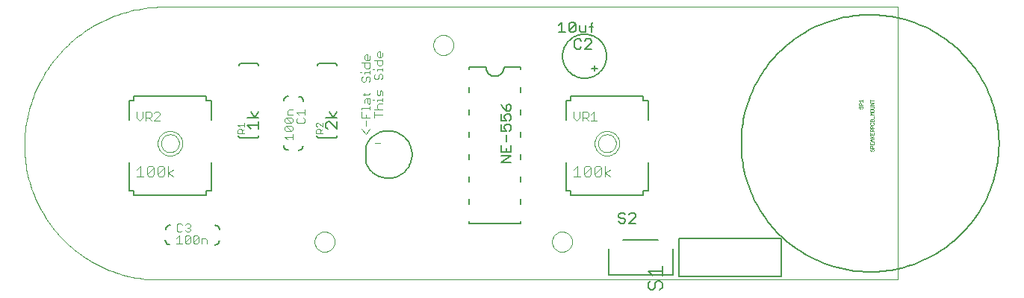
<source format=gto>
G75*
%MOIN*%
%OFA0B0*%
%FSLAX24Y24*%
%IPPOS*%
%LPD*%
%AMOC8*
5,1,8,0,0,1.08239X$1,22.5*
%
%ADD10C,0.0000*%
%ADD11C,0.0030*%
%ADD12C,0.0060*%
%ADD13C,0.0040*%
%ADD14C,0.0080*%
%ADD15C,0.0050*%
%ADD16C,0.0070*%
%ADD17C,0.0010*%
%ADD18C,0.0020*%
D10*
X006701Y001180D02*
X039656Y001180D01*
X039656Y013385D01*
X006982Y013385D01*
X018930Y011680D02*
X018932Y011722D01*
X018938Y011764D01*
X018948Y011805D01*
X018961Y011845D01*
X018979Y011883D01*
X018999Y011920D01*
X019024Y011955D01*
X019051Y011987D01*
X019081Y012016D01*
X019114Y012043D01*
X019149Y012066D01*
X019186Y012086D01*
X019225Y012102D01*
X019265Y012115D01*
X019306Y012124D01*
X019348Y012129D01*
X019391Y012130D01*
X019433Y012127D01*
X019474Y012120D01*
X019515Y012109D01*
X019555Y012095D01*
X019593Y012077D01*
X019629Y012055D01*
X019663Y012030D01*
X019694Y012002D01*
X019723Y011971D01*
X019749Y011938D01*
X019771Y011902D01*
X019791Y011864D01*
X019806Y011825D01*
X019818Y011785D01*
X019826Y011743D01*
X019830Y011701D01*
X019830Y011659D01*
X019826Y011617D01*
X019818Y011575D01*
X019806Y011535D01*
X019791Y011496D01*
X019771Y011458D01*
X019749Y011422D01*
X019723Y011389D01*
X019694Y011358D01*
X019663Y011330D01*
X019629Y011305D01*
X019593Y011283D01*
X019555Y011265D01*
X019515Y011251D01*
X019474Y011240D01*
X019433Y011233D01*
X019391Y011230D01*
X019348Y011231D01*
X019306Y011236D01*
X019265Y011245D01*
X019225Y011258D01*
X019186Y011274D01*
X019149Y011294D01*
X019114Y011317D01*
X019081Y011344D01*
X019051Y011373D01*
X019024Y011405D01*
X018999Y011440D01*
X018979Y011477D01*
X018961Y011515D01*
X018948Y011555D01*
X018938Y011596D01*
X018932Y011638D01*
X018930Y011680D01*
X006983Y013384D02*
X006828Y013385D01*
X006673Y013381D01*
X006518Y013373D01*
X006363Y013362D01*
X006209Y013346D01*
X006055Y013327D01*
X005901Y013304D01*
X005749Y013278D01*
X005597Y013247D01*
X005445Y013213D01*
X005295Y013174D01*
X005146Y013133D01*
X004998Y013087D01*
X004851Y013038D01*
X004705Y012985D01*
X004560Y012928D01*
X004417Y012868D01*
X004276Y012804D01*
X004136Y012737D01*
X003998Y012667D01*
X003862Y012593D01*
X003728Y012515D01*
X003595Y012434D01*
X003465Y012350D01*
X003337Y012263D01*
X003211Y012173D01*
X003087Y012079D01*
X002966Y011983D01*
X002847Y011883D01*
X002730Y011780D01*
X002617Y011675D01*
X002505Y011567D01*
X002397Y011456D01*
X002291Y011342D01*
X002189Y011226D01*
X002089Y011107D01*
X001992Y010986D01*
X001898Y010863D01*
X001808Y010737D01*
X001720Y010609D01*
X001636Y010479D01*
X001555Y010346D01*
X001477Y010212D01*
X001403Y010076D01*
X001332Y009938D01*
X001265Y009798D01*
X001201Y009657D01*
X001141Y009514D01*
X001084Y009370D01*
X001031Y009224D01*
X000981Y009077D01*
X000935Y008929D01*
X000893Y008780D01*
X000855Y008630D01*
X000820Y008478D01*
X000789Y008326D01*
X000762Y008174D01*
X000739Y008020D01*
X000720Y007867D01*
X000704Y007712D01*
X000692Y007558D01*
X000685Y007403D01*
X000681Y007248D01*
X000680Y007248D02*
X000680Y007201D01*
X000682Y007048D01*
X000688Y006896D01*
X000697Y006744D01*
X000711Y006592D01*
X000728Y006440D01*
X000749Y006289D01*
X000774Y006139D01*
X000803Y005989D01*
X000836Y005840D01*
X000872Y005692D01*
X000912Y005545D01*
X000956Y005399D01*
X001004Y005254D01*
X001055Y005110D01*
X001110Y004968D01*
X001168Y004827D01*
X001230Y004687D01*
X001295Y004549D01*
X001364Y004413D01*
X001437Y004279D01*
X001512Y004147D01*
X001591Y004016D01*
X001674Y003888D01*
X001759Y003761D01*
X001848Y003637D01*
X001940Y003516D01*
X002035Y003396D01*
X002133Y003279D01*
X002233Y003165D01*
X002337Y003053D01*
X002444Y002944D01*
X002553Y002837D01*
X002665Y002733D01*
X002779Y002633D01*
X002896Y002535D01*
X003016Y002440D01*
X003137Y002348D01*
X003261Y002259D01*
X003388Y002174D01*
X003516Y002091D01*
X003647Y002012D01*
X003779Y001937D01*
X003913Y001864D01*
X004049Y001795D01*
X004187Y001730D01*
X004327Y001668D01*
X004468Y001610D01*
X004610Y001555D01*
X004754Y001504D01*
X004899Y001456D01*
X005045Y001412D01*
X005192Y001372D01*
X005340Y001336D01*
X005489Y001303D01*
X005639Y001274D01*
X005789Y001249D01*
X005940Y001228D01*
X006092Y001211D01*
X006244Y001197D01*
X006396Y001188D01*
X006548Y001182D01*
X006701Y001180D01*
X013630Y002880D02*
X013632Y002922D01*
X013638Y002964D01*
X013648Y003005D01*
X013661Y003045D01*
X013679Y003083D01*
X013699Y003120D01*
X013724Y003155D01*
X013751Y003187D01*
X013781Y003216D01*
X013814Y003243D01*
X013849Y003266D01*
X013886Y003286D01*
X013925Y003302D01*
X013965Y003315D01*
X014006Y003324D01*
X014048Y003329D01*
X014091Y003330D01*
X014133Y003327D01*
X014174Y003320D01*
X014215Y003309D01*
X014255Y003295D01*
X014293Y003277D01*
X014329Y003255D01*
X014363Y003230D01*
X014394Y003202D01*
X014423Y003171D01*
X014449Y003138D01*
X014471Y003102D01*
X014491Y003064D01*
X014506Y003025D01*
X014518Y002985D01*
X014526Y002943D01*
X014530Y002901D01*
X014530Y002859D01*
X014526Y002817D01*
X014518Y002775D01*
X014506Y002735D01*
X014491Y002696D01*
X014471Y002658D01*
X014449Y002622D01*
X014423Y002589D01*
X014394Y002558D01*
X014363Y002530D01*
X014329Y002505D01*
X014293Y002483D01*
X014255Y002465D01*
X014215Y002451D01*
X014174Y002440D01*
X014133Y002433D01*
X014091Y002430D01*
X014048Y002431D01*
X014006Y002436D01*
X013965Y002445D01*
X013925Y002458D01*
X013886Y002474D01*
X013849Y002494D01*
X013814Y002517D01*
X013781Y002544D01*
X013751Y002573D01*
X013724Y002605D01*
X013699Y002640D01*
X013679Y002677D01*
X013661Y002715D01*
X013648Y002755D01*
X013638Y002796D01*
X013632Y002838D01*
X013630Y002880D01*
X024230Y002880D02*
X024232Y002922D01*
X024238Y002964D01*
X024248Y003005D01*
X024261Y003045D01*
X024279Y003083D01*
X024299Y003120D01*
X024324Y003155D01*
X024351Y003187D01*
X024381Y003216D01*
X024414Y003243D01*
X024449Y003266D01*
X024486Y003286D01*
X024525Y003302D01*
X024565Y003315D01*
X024606Y003324D01*
X024648Y003329D01*
X024691Y003330D01*
X024733Y003327D01*
X024774Y003320D01*
X024815Y003309D01*
X024855Y003295D01*
X024893Y003277D01*
X024929Y003255D01*
X024963Y003230D01*
X024994Y003202D01*
X025023Y003171D01*
X025049Y003138D01*
X025071Y003102D01*
X025091Y003064D01*
X025106Y003025D01*
X025118Y002985D01*
X025126Y002943D01*
X025130Y002901D01*
X025130Y002859D01*
X025126Y002817D01*
X025118Y002775D01*
X025106Y002735D01*
X025091Y002696D01*
X025071Y002658D01*
X025049Y002622D01*
X025023Y002589D01*
X024994Y002558D01*
X024963Y002530D01*
X024929Y002505D01*
X024893Y002483D01*
X024855Y002465D01*
X024815Y002451D01*
X024774Y002440D01*
X024733Y002433D01*
X024691Y002430D01*
X024648Y002431D01*
X024606Y002436D01*
X024565Y002445D01*
X024525Y002458D01*
X024486Y002474D01*
X024449Y002494D01*
X024414Y002517D01*
X024381Y002544D01*
X024351Y002573D01*
X024324Y002605D01*
X024299Y002640D01*
X024279Y002677D01*
X024261Y002715D01*
X024248Y002755D01*
X024238Y002796D01*
X024232Y002838D01*
X024230Y002880D01*
D11*
X016556Y007281D02*
X016309Y007281D01*
X015920Y007695D02*
X016105Y007942D01*
X015920Y008063D02*
X015920Y008310D01*
X015920Y008432D02*
X015920Y008555D01*
X016105Y008432D02*
X015735Y008432D01*
X015735Y008679D01*
X015735Y008800D02*
X015735Y008862D01*
X016105Y008862D01*
X016105Y008923D02*
X016105Y008800D01*
X016295Y008800D02*
X016665Y008800D01*
X016480Y008800D02*
X016418Y008862D01*
X016418Y008985D01*
X016480Y009047D01*
X016665Y009047D01*
X016665Y009168D02*
X016665Y009292D01*
X016665Y009230D02*
X016418Y009230D01*
X016418Y009168D01*
X016295Y009230D02*
X016233Y009230D01*
X016105Y009292D02*
X016105Y009107D01*
X016043Y009045D01*
X015982Y009107D01*
X015982Y009292D01*
X015920Y009292D02*
X016105Y009292D01*
X015920Y009292D02*
X015858Y009231D01*
X015858Y009107D01*
X015858Y009414D02*
X015858Y009537D01*
X015796Y009476D02*
X016043Y009476D01*
X016105Y009537D01*
X016418Y009476D02*
X016418Y009661D01*
X016542Y009599D02*
X016542Y009476D01*
X016480Y009414D01*
X016418Y009476D01*
X016542Y009599D02*
X016603Y009661D01*
X016665Y009599D01*
X016665Y009414D01*
X016043Y010028D02*
X016105Y010089D01*
X016105Y010213D01*
X016043Y010275D01*
X015982Y010275D01*
X015920Y010213D01*
X015920Y010089D01*
X015858Y010028D01*
X015796Y010028D01*
X015735Y010089D01*
X015735Y010213D01*
X015796Y010275D01*
X015858Y010396D02*
X015858Y010458D01*
X016105Y010458D01*
X016105Y010519D02*
X016105Y010396D01*
X016295Y010336D02*
X016295Y010212D01*
X016356Y010150D01*
X016418Y010150D01*
X016480Y010212D01*
X016480Y010336D01*
X016542Y010397D01*
X016603Y010397D01*
X016665Y010336D01*
X016665Y010212D01*
X016603Y010150D01*
X016356Y010397D02*
X016295Y010336D01*
X016418Y010519D02*
X016418Y010580D01*
X016665Y010580D01*
X016665Y010519D02*
X016665Y010642D01*
X016603Y010764D02*
X016480Y010764D01*
X016418Y010826D01*
X016418Y011011D01*
X016295Y011011D02*
X016665Y011011D01*
X016665Y010826D01*
X016603Y010764D01*
X016105Y010703D02*
X016043Y010642D01*
X015920Y010642D01*
X015858Y010703D01*
X015858Y010888D01*
X015735Y010888D02*
X016105Y010888D01*
X016105Y010703D01*
X016233Y010580D02*
X016295Y010580D01*
X015735Y010458D02*
X015673Y010458D01*
X015920Y011010D02*
X015858Y011072D01*
X015858Y011195D01*
X015920Y011257D01*
X015982Y011257D01*
X015982Y011010D01*
X016043Y011010D02*
X015920Y011010D01*
X016043Y011010D02*
X016105Y011072D01*
X016105Y011195D01*
X016418Y011194D02*
X016418Y011318D01*
X016480Y011379D01*
X016542Y011379D01*
X016542Y011133D01*
X016603Y011133D02*
X016480Y011133D01*
X016418Y011194D01*
X016603Y011133D02*
X016665Y011194D01*
X016665Y011318D01*
X016295Y008679D02*
X016295Y008432D01*
X016295Y008555D02*
X016665Y008555D01*
X015735Y007942D02*
X015920Y007695D01*
X013996Y007719D02*
X013706Y007719D01*
X013706Y007864D01*
X013754Y007913D01*
X013851Y007913D01*
X013899Y007864D01*
X013899Y007719D01*
X013899Y007816D02*
X013996Y007913D01*
X013996Y008014D02*
X013803Y008207D01*
X013754Y008207D01*
X013706Y008159D01*
X013706Y008062D01*
X013754Y008014D01*
X013996Y008014D02*
X013996Y008207D01*
X010496Y008207D02*
X010496Y008014D01*
X010496Y008111D02*
X010206Y008111D01*
X010303Y008014D01*
X010351Y007913D02*
X010399Y007864D01*
X010399Y007719D01*
X010399Y007816D02*
X010496Y007913D01*
X010351Y007913D02*
X010254Y007913D01*
X010206Y007864D01*
X010206Y007719D01*
X010496Y007719D01*
X006729Y008297D02*
X006468Y008297D01*
X006729Y008558D01*
X006729Y008623D01*
X006664Y008688D01*
X006534Y008688D01*
X006468Y008623D01*
X006342Y008623D02*
X006342Y008493D01*
X006277Y008427D01*
X006082Y008427D01*
X005955Y008427D02*
X005955Y008688D01*
X006082Y008688D02*
X006277Y008688D01*
X006342Y008623D01*
X006082Y008688D02*
X006082Y008297D01*
X005955Y008427D02*
X005825Y008297D01*
X005695Y008427D01*
X005695Y008688D01*
X006212Y008427D02*
X006342Y008297D01*
X025195Y008427D02*
X025325Y008297D01*
X025455Y008427D01*
X025455Y008688D01*
X025582Y008688D02*
X025777Y008688D01*
X025842Y008623D01*
X025842Y008493D01*
X025777Y008427D01*
X025582Y008427D01*
X025582Y008297D02*
X025582Y008688D01*
X025195Y008688D02*
X025195Y008427D01*
X025712Y008427D02*
X025842Y008297D01*
X025968Y008297D02*
X026229Y008297D01*
X026099Y008297D02*
X026099Y008688D01*
X025968Y008558D01*
D12*
X026130Y010520D02*
X026130Y010770D01*
X026000Y010640D02*
X026260Y010640D01*
X024696Y011180D02*
X024698Y011242D01*
X024704Y011305D01*
X024714Y011366D01*
X024728Y011427D01*
X024745Y011487D01*
X024766Y011546D01*
X024792Y011603D01*
X024820Y011658D01*
X024852Y011712D01*
X024888Y011763D01*
X024926Y011813D01*
X024968Y011859D01*
X025012Y011903D01*
X025060Y011944D01*
X025109Y011982D01*
X025161Y012016D01*
X025215Y012047D01*
X025271Y012075D01*
X025329Y012099D01*
X025388Y012120D01*
X025448Y012136D01*
X025509Y012149D01*
X025571Y012158D01*
X025633Y012163D01*
X025696Y012164D01*
X025758Y012161D01*
X025820Y012154D01*
X025882Y012143D01*
X025942Y012128D01*
X026002Y012110D01*
X026060Y012088D01*
X026117Y012062D01*
X026172Y012032D01*
X026225Y011999D01*
X026276Y011963D01*
X026324Y011924D01*
X026370Y011881D01*
X026413Y011836D01*
X026453Y011788D01*
X026490Y011738D01*
X026524Y011685D01*
X026555Y011631D01*
X026581Y011575D01*
X026605Y011517D01*
X026624Y011457D01*
X026640Y011397D01*
X026652Y011335D01*
X026660Y011274D01*
X026664Y011211D01*
X026664Y011149D01*
X026660Y011086D01*
X026652Y011025D01*
X026640Y010963D01*
X026624Y010903D01*
X026605Y010843D01*
X026581Y010785D01*
X026555Y010729D01*
X026524Y010675D01*
X026490Y010622D01*
X026453Y010572D01*
X026413Y010524D01*
X026370Y010479D01*
X026324Y010436D01*
X026276Y010397D01*
X026225Y010361D01*
X026172Y010328D01*
X026117Y010298D01*
X026060Y010272D01*
X026002Y010250D01*
X025942Y010232D01*
X025882Y010217D01*
X025820Y010206D01*
X025758Y010199D01*
X025696Y010196D01*
X025633Y010197D01*
X025571Y010202D01*
X025509Y010211D01*
X025448Y010224D01*
X025388Y010240D01*
X025329Y010261D01*
X025271Y010285D01*
X025215Y010313D01*
X025161Y010344D01*
X025109Y010378D01*
X025060Y010416D01*
X025012Y010457D01*
X024968Y010501D01*
X024926Y010547D01*
X024888Y010597D01*
X024852Y010648D01*
X024820Y010702D01*
X024792Y010757D01*
X024766Y010814D01*
X024745Y010873D01*
X024728Y010933D01*
X024714Y010994D01*
X024704Y011055D01*
X024698Y011118D01*
X024696Y011180D01*
X025239Y011583D02*
X025313Y011510D01*
X025459Y011510D01*
X025533Y011583D01*
X025700Y011510D02*
X025993Y011804D01*
X025993Y011877D01*
X025920Y011950D01*
X025773Y011950D01*
X025700Y011877D01*
X025533Y011877D02*
X025459Y011950D01*
X025313Y011950D01*
X025239Y011877D01*
X025239Y011583D01*
X025700Y011510D02*
X025993Y011510D01*
X025976Y012260D02*
X025976Y012627D01*
X026050Y012700D01*
X026050Y012480D02*
X025903Y012480D01*
X025736Y012554D02*
X025736Y012260D01*
X025516Y012260D01*
X025443Y012333D01*
X025443Y012554D01*
X025276Y012627D02*
X024982Y012333D01*
X025056Y012260D01*
X025202Y012260D01*
X025276Y012333D01*
X025276Y012627D01*
X025202Y012700D01*
X025056Y012700D01*
X024982Y012627D01*
X024982Y012333D01*
X024815Y012260D02*
X024522Y012260D01*
X024669Y012260D02*
X024669Y012700D01*
X024522Y012554D01*
X014530Y010863D02*
X013869Y010863D01*
X013852Y010861D01*
X013835Y010857D01*
X013819Y010850D01*
X013805Y010840D01*
X013792Y010827D01*
X013782Y010813D01*
X013775Y010797D01*
X013771Y010780D01*
X013769Y010763D01*
X014530Y010863D02*
X014547Y010861D01*
X014564Y010857D01*
X014580Y010850D01*
X014594Y010840D01*
X014607Y010827D01*
X014617Y010813D01*
X014624Y010797D01*
X014628Y010780D01*
X014630Y010763D01*
X011130Y010763D02*
X011128Y010780D01*
X011124Y010797D01*
X011117Y010813D01*
X011107Y010827D01*
X011094Y010840D01*
X011080Y010850D01*
X011064Y010857D01*
X011047Y010861D01*
X011030Y010863D01*
X010369Y010863D01*
X010352Y010861D01*
X010335Y010857D01*
X010319Y010850D01*
X010305Y010840D01*
X010292Y010827D01*
X010282Y010813D01*
X010275Y010797D01*
X010271Y010780D01*
X010269Y010763D01*
X012250Y009190D02*
X012252Y009216D01*
X012257Y009242D01*
X012265Y009267D01*
X012277Y009290D01*
X012291Y009312D01*
X012309Y009331D01*
X012328Y009349D01*
X012350Y009363D01*
X012373Y009375D01*
X012398Y009383D01*
X012424Y009388D01*
X012450Y009390D01*
X012923Y009375D02*
X012949Y009373D01*
X012975Y009368D01*
X013000Y009360D01*
X013023Y009348D01*
X013045Y009334D01*
X013064Y009316D01*
X013082Y009297D01*
X013096Y009275D01*
X013108Y009252D01*
X013116Y009227D01*
X013121Y009201D01*
X013123Y009175D01*
X014300Y008683D02*
X014466Y008432D01*
X014633Y008683D01*
X014633Y008432D02*
X014133Y008432D01*
X014216Y008250D02*
X014133Y008167D01*
X014133Y008000D01*
X014216Y007917D01*
X014300Y008250D02*
X014633Y007917D01*
X014633Y008250D01*
X014300Y008250D02*
X014216Y008250D01*
X014630Y007623D02*
X014628Y007606D01*
X014624Y007589D01*
X014617Y007573D01*
X014607Y007559D01*
X014594Y007546D01*
X014580Y007536D01*
X014564Y007529D01*
X014547Y007525D01*
X014530Y007523D01*
X013830Y007523D01*
X013813Y007525D01*
X013796Y007529D01*
X013780Y007536D01*
X013766Y007546D01*
X013753Y007559D01*
X013743Y007573D01*
X013736Y007589D01*
X013732Y007606D01*
X013730Y007623D01*
X013113Y007173D02*
X013111Y007147D01*
X013106Y007121D01*
X013098Y007096D01*
X013086Y007073D01*
X013072Y007051D01*
X013054Y007032D01*
X013035Y007014D01*
X013013Y007000D01*
X012990Y006988D01*
X012965Y006980D01*
X012939Y006975D01*
X012913Y006973D01*
X012443Y006980D02*
X012417Y006982D01*
X012391Y006987D01*
X012366Y006995D01*
X012343Y007007D01*
X012321Y007021D01*
X012302Y007039D01*
X012284Y007058D01*
X012270Y007080D01*
X012258Y007103D01*
X012250Y007128D01*
X012245Y007154D01*
X012243Y007180D01*
X011030Y007523D02*
X010330Y007523D01*
X010313Y007525D01*
X010296Y007529D01*
X010280Y007536D01*
X010266Y007546D01*
X010253Y007559D01*
X010243Y007573D01*
X010236Y007589D01*
X010232Y007606D01*
X010230Y007623D01*
X011030Y007523D02*
X011047Y007525D01*
X011064Y007529D01*
X011080Y007536D01*
X011094Y007546D01*
X011107Y007559D01*
X011117Y007573D01*
X011124Y007589D01*
X011128Y007606D01*
X011130Y007623D01*
X011133Y007917D02*
X011133Y008250D01*
X011133Y008084D02*
X010633Y008084D01*
X010800Y007917D01*
X010966Y008432D02*
X010800Y008683D01*
X010966Y008432D02*
X011133Y008683D01*
X011133Y008432D02*
X010633Y008432D01*
X009187Y003613D02*
X009213Y003611D01*
X009239Y003606D01*
X009264Y003598D01*
X009287Y003586D01*
X009309Y003572D01*
X009328Y003554D01*
X009346Y003535D01*
X009360Y003513D01*
X009372Y003490D01*
X009380Y003465D01*
X009385Y003439D01*
X009387Y003413D01*
X009380Y002943D02*
X009378Y002917D01*
X009373Y002891D01*
X009365Y002866D01*
X009353Y002843D01*
X009339Y002821D01*
X009321Y002802D01*
X009302Y002784D01*
X009280Y002770D01*
X009257Y002758D01*
X009232Y002750D01*
X009206Y002745D01*
X009180Y002743D01*
X007170Y002750D02*
X007144Y002752D01*
X007118Y002757D01*
X007093Y002765D01*
X007070Y002777D01*
X007048Y002791D01*
X007029Y002809D01*
X007011Y002828D01*
X006997Y002850D01*
X006985Y002873D01*
X006977Y002898D01*
X006972Y002924D01*
X006970Y002950D01*
X006985Y003423D02*
X006987Y003449D01*
X006992Y003475D01*
X007000Y003500D01*
X007012Y003523D01*
X007026Y003545D01*
X007044Y003564D01*
X007063Y003582D01*
X007085Y003596D01*
X007108Y003608D01*
X007133Y003616D01*
X007159Y003621D01*
X007185Y003623D01*
D13*
X007481Y003619D02*
X007481Y003379D01*
X007541Y003319D01*
X007661Y003319D01*
X007721Y003379D01*
X007850Y003379D02*
X007910Y003319D01*
X008030Y003319D01*
X008090Y003379D01*
X008090Y003439D01*
X008030Y003499D01*
X007970Y003499D01*
X008030Y003499D02*
X008090Y003559D01*
X008090Y003619D01*
X008030Y003679D01*
X007910Y003679D01*
X007850Y003619D01*
X007721Y003619D02*
X007661Y003679D01*
X007541Y003679D01*
X007481Y003619D01*
X007595Y003158D02*
X007595Y002797D01*
X007475Y002797D02*
X007715Y002797D01*
X007843Y002857D02*
X008083Y003097D01*
X008083Y002857D01*
X008023Y002797D01*
X007903Y002797D01*
X007843Y002857D01*
X007843Y003097D01*
X007903Y003158D01*
X008023Y003158D01*
X008083Y003097D01*
X008211Y003097D02*
X008271Y003158D01*
X008391Y003158D01*
X008451Y003097D01*
X008211Y002857D01*
X008271Y002797D01*
X008391Y002797D01*
X008451Y002857D01*
X008451Y003097D01*
X008580Y003037D02*
X008760Y003037D01*
X008820Y002977D01*
X008820Y002797D01*
X008580Y002797D02*
X008580Y003037D01*
X008211Y003097D02*
X008211Y002857D01*
X007595Y003158D02*
X007475Y003037D01*
X007311Y005802D02*
X007081Y005956D01*
X007311Y006109D01*
X007081Y006263D02*
X007081Y005802D01*
X006928Y005879D02*
X006851Y005802D01*
X006698Y005802D01*
X006621Y005879D01*
X006928Y006186D01*
X006928Y005879D01*
X006621Y005879D02*
X006621Y006186D01*
X006698Y006263D01*
X006851Y006263D01*
X006928Y006186D01*
X006467Y006186D02*
X006160Y005879D01*
X006237Y005802D01*
X006391Y005802D01*
X006467Y005879D01*
X006467Y006186D01*
X006391Y006263D01*
X006237Y006263D01*
X006160Y006186D01*
X006160Y005879D01*
X006007Y005802D02*
X005700Y005802D01*
X005853Y005802D02*
X005853Y006263D01*
X005700Y006109D01*
X012297Y007572D02*
X012657Y007572D01*
X012657Y007452D02*
X012657Y007692D01*
X012597Y007820D02*
X012357Y008061D01*
X012597Y008061D01*
X012657Y008001D01*
X012657Y007881D01*
X012597Y007820D01*
X012357Y007820D01*
X012297Y007881D01*
X012297Y008001D01*
X012357Y008061D01*
X012357Y008189D02*
X012297Y008249D01*
X012297Y008369D01*
X012357Y008429D01*
X012597Y008189D01*
X012657Y008249D01*
X012657Y008369D01*
X012597Y008429D01*
X012357Y008429D01*
X012417Y008557D02*
X012417Y008737D01*
X012477Y008797D01*
X012657Y008797D01*
X012818Y008670D02*
X013179Y008670D01*
X013179Y008550D02*
X013179Y008791D01*
X012938Y008550D02*
X012818Y008670D01*
X012657Y008557D02*
X012417Y008557D01*
X012818Y008362D02*
X012818Y008242D01*
X012878Y008182D01*
X013118Y008182D01*
X013179Y008242D01*
X013179Y008362D01*
X013118Y008422D01*
X012878Y008422D02*
X012818Y008362D01*
X012597Y008189D02*
X012357Y008189D01*
X012297Y007572D02*
X012417Y007452D01*
X025200Y006109D02*
X025353Y006263D01*
X025353Y005802D01*
X025200Y005802D02*
X025507Y005802D01*
X025660Y005879D02*
X025967Y006186D01*
X025967Y005879D01*
X025891Y005802D01*
X025737Y005802D01*
X025660Y005879D01*
X025660Y006186D01*
X025737Y006263D01*
X025891Y006263D01*
X025967Y006186D01*
X026121Y006186D02*
X026198Y006263D01*
X026351Y006263D01*
X026428Y006186D01*
X026121Y005879D01*
X026198Y005802D01*
X026351Y005802D01*
X026428Y005879D01*
X026428Y006186D01*
X026581Y006263D02*
X026581Y005802D01*
X026581Y005956D02*
X026811Y005802D01*
X026581Y005956D02*
X026811Y006109D01*
X026121Y006186D02*
X026121Y005879D01*
D14*
X024849Y006436D02*
X024849Y005176D01*
X025066Y005176D01*
X025066Y004960D01*
X028294Y004960D01*
X028294Y005176D01*
X028511Y005176D01*
X028511Y006436D01*
X028511Y008326D02*
X028511Y009192D01*
X028294Y009192D01*
X028294Y009408D01*
X025066Y009408D01*
X025066Y009192D01*
X024849Y009192D01*
X024849Y008326D01*
X022830Y008550D02*
X022830Y008810D01*
X022830Y009550D02*
X022830Y009810D01*
X022830Y010580D02*
X022830Y010680D01*
X022080Y010680D01*
X022078Y010641D01*
X022072Y010602D01*
X022063Y010564D01*
X022050Y010527D01*
X022033Y010491D01*
X022013Y010458D01*
X021989Y010426D01*
X021963Y010397D01*
X021934Y010371D01*
X021902Y010347D01*
X021869Y010327D01*
X021833Y010310D01*
X021796Y010297D01*
X021758Y010288D01*
X021719Y010282D01*
X021680Y010280D01*
X021641Y010282D01*
X021602Y010288D01*
X021564Y010297D01*
X021527Y010310D01*
X021491Y010327D01*
X021458Y010347D01*
X021426Y010371D01*
X021397Y010397D01*
X021371Y010426D01*
X021347Y010458D01*
X021327Y010491D01*
X021310Y010527D01*
X021297Y010564D01*
X021288Y010602D01*
X021282Y010641D01*
X021280Y010680D01*
X020530Y010680D01*
X020530Y010580D01*
X020530Y009810D02*
X020530Y009550D01*
X020530Y008810D02*
X020530Y008550D01*
X020530Y007810D02*
X020530Y007550D01*
X020530Y006810D02*
X020530Y006550D01*
X020530Y005810D02*
X020530Y005550D01*
X020530Y004810D02*
X020530Y004550D01*
X020530Y003780D02*
X020530Y003680D01*
X022830Y003680D01*
X022830Y003780D01*
X022830Y004550D02*
X022830Y004810D01*
X022830Y005550D02*
X022830Y005810D01*
X022830Y006550D02*
X022830Y006810D01*
X022830Y007550D02*
X022830Y007810D01*
X027393Y002967D02*
X028967Y002967D01*
X029891Y003036D02*
X034469Y003036D01*
X034469Y001324D01*
X029891Y001324D01*
X029891Y003036D01*
X029617Y002574D02*
X029617Y001393D01*
X026743Y001393D01*
X026743Y002574D01*
X009011Y005176D02*
X009011Y006436D01*
X009011Y005176D02*
X008794Y005176D01*
X008794Y004960D01*
X005566Y004960D01*
X005566Y005176D01*
X005349Y005176D01*
X005349Y006436D01*
X005349Y008326D02*
X005349Y009192D01*
X005566Y009192D01*
X005566Y009408D01*
X008794Y009408D01*
X008794Y009192D01*
X009011Y009192D01*
X009011Y008326D01*
D15*
X015936Y007176D02*
X015936Y006389D01*
X015936Y006388D02*
X015962Y006329D01*
X015991Y006272D01*
X016023Y006217D01*
X016059Y006163D01*
X016098Y006112D01*
X016141Y006064D01*
X016186Y006018D01*
X016233Y005975D01*
X016283Y005934D01*
X016336Y005897D01*
X016391Y005864D01*
X016447Y005833D01*
X016506Y005806D01*
X016566Y005783D01*
X016627Y005763D01*
X016689Y005747D01*
X016753Y005735D01*
X016816Y005727D01*
X016880Y005723D01*
X016945Y005722D01*
X017009Y005726D01*
X017073Y005733D01*
X017136Y005744D01*
X017199Y005759D01*
X017260Y005778D01*
X017321Y005801D01*
X017379Y005827D01*
X017436Y005856D01*
X017492Y005889D01*
X017545Y005926D01*
X017595Y005965D01*
X017644Y006008D01*
X017689Y006053D01*
X017732Y006101D01*
X017772Y006151D01*
X017809Y006204D01*
X017842Y006259D01*
X017872Y006316D01*
X017899Y006375D01*
X017922Y006435D01*
X017941Y006496D01*
X017956Y006559D01*
X017968Y006622D01*
X017976Y006686D01*
X017980Y006750D01*
X017980Y006814D01*
X017976Y006878D01*
X017968Y006942D01*
X017956Y007005D01*
X017941Y007068D01*
X017922Y007129D01*
X017899Y007189D01*
X017872Y007248D01*
X017842Y007305D01*
X017809Y007360D01*
X017772Y007413D01*
X017732Y007463D01*
X017689Y007511D01*
X017644Y007556D01*
X017595Y007599D01*
X017545Y007638D01*
X017492Y007675D01*
X017436Y007708D01*
X017379Y007737D01*
X017321Y007763D01*
X017260Y007786D01*
X017199Y007805D01*
X017136Y007820D01*
X017073Y007831D01*
X017009Y007838D01*
X016945Y007842D01*
X016880Y007841D01*
X016816Y007837D01*
X016753Y007829D01*
X016689Y007817D01*
X016627Y007801D01*
X016566Y007781D01*
X016506Y007758D01*
X016447Y007731D01*
X016391Y007700D01*
X016336Y007667D01*
X016283Y007630D01*
X016233Y007589D01*
X016186Y007546D01*
X016141Y007500D01*
X016098Y007452D01*
X016059Y007401D01*
X016023Y007347D01*
X015991Y007292D01*
X015962Y007235D01*
X015936Y007176D01*
X021955Y007203D02*
X021955Y006903D01*
X022405Y006903D01*
X022405Y007203D01*
X022180Y007053D02*
X022180Y006903D01*
X022405Y006743D02*
X021955Y006743D01*
X021955Y006443D02*
X022405Y006743D01*
X022405Y006443D02*
X021955Y006443D01*
X022180Y007363D02*
X022180Y007664D01*
X022180Y007824D02*
X021955Y007824D01*
X021955Y008124D01*
X021955Y008284D02*
X022180Y008284D01*
X022105Y008434D01*
X022105Y008509D01*
X022180Y008584D01*
X022330Y008584D01*
X022405Y008509D01*
X022405Y008359D01*
X022330Y008284D01*
X022330Y008124D02*
X022405Y008049D01*
X022405Y007899D01*
X022330Y007824D01*
X022180Y007824D02*
X022105Y007974D01*
X022105Y008049D01*
X022180Y008124D01*
X022330Y008124D01*
X021955Y008284D02*
X021955Y008584D01*
X022180Y008745D02*
X022180Y008970D01*
X022255Y009045D01*
X022330Y009045D01*
X022405Y008970D01*
X022405Y008820D01*
X022330Y008745D01*
X022180Y008745D01*
X022030Y008895D01*
X021955Y009045D01*
X027205Y004080D02*
X027280Y004155D01*
X027430Y004155D01*
X027505Y004080D01*
X027665Y004080D02*
X027740Y004155D01*
X027891Y004155D01*
X027966Y004080D01*
X027966Y004005D01*
X027665Y003705D01*
X027966Y003705D01*
X027505Y003780D02*
X027505Y003855D01*
X027430Y003930D01*
X027280Y003930D01*
X027205Y004005D01*
X027205Y004080D01*
X027205Y003780D02*
X027280Y003705D01*
X027430Y003705D01*
X027505Y003780D01*
X032676Y007282D02*
X032678Y007433D01*
X032684Y007584D01*
X032694Y007735D01*
X032708Y007886D01*
X032726Y008036D01*
X032747Y008185D01*
X032773Y008334D01*
X032803Y008482D01*
X032836Y008630D01*
X032874Y008776D01*
X032915Y008922D01*
X032960Y009066D01*
X033009Y009209D01*
X033061Y009351D01*
X033117Y009491D01*
X033177Y009630D01*
X033241Y009767D01*
X033308Y009903D01*
X033379Y010036D01*
X033453Y010168D01*
X033530Y010298D01*
X033611Y010425D01*
X033695Y010551D01*
X033783Y010674D01*
X033874Y010795D01*
X033968Y010913D01*
X034065Y011029D01*
X034165Y011143D01*
X034268Y011253D01*
X034374Y011361D01*
X034482Y011466D01*
X034594Y011569D01*
X034708Y011668D01*
X034824Y011764D01*
X034943Y011857D01*
X035065Y011947D01*
X035188Y012034D01*
X035314Y012117D01*
X035443Y012197D01*
X035573Y012274D01*
X035705Y012347D01*
X035839Y012417D01*
X035975Y012483D01*
X036113Y012546D01*
X036252Y012605D01*
X036392Y012660D01*
X036535Y012712D01*
X036678Y012760D01*
X036823Y012804D01*
X036968Y012844D01*
X037115Y012881D01*
X037263Y012913D01*
X037411Y012942D01*
X037560Y012966D01*
X037710Y012987D01*
X037860Y013004D01*
X038011Y013017D01*
X038162Y013026D01*
X038313Y013031D01*
X038464Y013032D01*
X038615Y013029D01*
X038766Y013022D01*
X038917Y013011D01*
X039067Y012996D01*
X039217Y012977D01*
X039367Y012955D01*
X039515Y012928D01*
X039663Y012897D01*
X039811Y012863D01*
X039957Y012824D01*
X040102Y012782D01*
X040246Y012736D01*
X040389Y012687D01*
X040530Y012633D01*
X040670Y012576D01*
X040808Y012515D01*
X040945Y012451D01*
X041080Y012383D01*
X041213Y012311D01*
X041345Y012236D01*
X041474Y012158D01*
X041601Y012076D01*
X041726Y011991D01*
X041848Y011903D01*
X041969Y011811D01*
X042087Y011716D01*
X042202Y011619D01*
X042315Y011518D01*
X042425Y011414D01*
X042532Y011308D01*
X042636Y011198D01*
X042738Y011086D01*
X042836Y010972D01*
X042932Y010854D01*
X043024Y010735D01*
X043113Y010613D01*
X043199Y010488D01*
X043282Y010362D01*
X043361Y010233D01*
X043437Y010102D01*
X043509Y009970D01*
X043578Y009835D01*
X043643Y009699D01*
X043705Y009561D01*
X043763Y009421D01*
X043818Y009280D01*
X043868Y009138D01*
X043915Y008994D01*
X043958Y008849D01*
X043998Y008703D01*
X044033Y008556D01*
X044065Y008408D01*
X044092Y008260D01*
X044116Y008111D01*
X044136Y007961D01*
X044152Y007810D01*
X044164Y007660D01*
X044172Y007509D01*
X044176Y007358D01*
X044176Y007206D01*
X044172Y007055D01*
X044164Y006904D01*
X044152Y006754D01*
X044136Y006603D01*
X044116Y006453D01*
X044092Y006304D01*
X044065Y006156D01*
X044033Y006008D01*
X043998Y005861D01*
X043958Y005715D01*
X043915Y005570D01*
X043868Y005426D01*
X043818Y005284D01*
X043763Y005143D01*
X043705Y005003D01*
X043643Y004865D01*
X043578Y004729D01*
X043509Y004594D01*
X043437Y004462D01*
X043361Y004331D01*
X043282Y004202D01*
X043199Y004076D01*
X043113Y003951D01*
X043024Y003829D01*
X042932Y003710D01*
X042836Y003592D01*
X042738Y003478D01*
X042636Y003366D01*
X042532Y003256D01*
X042425Y003150D01*
X042315Y003046D01*
X042202Y002945D01*
X042087Y002848D01*
X041969Y002753D01*
X041848Y002661D01*
X041726Y002573D01*
X041601Y002488D01*
X041474Y002406D01*
X041345Y002328D01*
X041213Y002253D01*
X041080Y002181D01*
X040945Y002113D01*
X040808Y002049D01*
X040670Y001988D01*
X040530Y001931D01*
X040389Y001877D01*
X040246Y001828D01*
X040102Y001782D01*
X039957Y001740D01*
X039811Y001701D01*
X039663Y001667D01*
X039515Y001636D01*
X039367Y001609D01*
X039217Y001587D01*
X039067Y001568D01*
X038917Y001553D01*
X038766Y001542D01*
X038615Y001535D01*
X038464Y001532D01*
X038313Y001533D01*
X038162Y001538D01*
X038011Y001547D01*
X037860Y001560D01*
X037710Y001577D01*
X037560Y001598D01*
X037411Y001622D01*
X037263Y001651D01*
X037115Y001683D01*
X036968Y001720D01*
X036823Y001760D01*
X036678Y001804D01*
X036535Y001852D01*
X036392Y001904D01*
X036252Y001959D01*
X036113Y002018D01*
X035975Y002081D01*
X035839Y002147D01*
X035705Y002217D01*
X035573Y002290D01*
X035443Y002367D01*
X035314Y002447D01*
X035188Y002530D01*
X035065Y002617D01*
X034943Y002707D01*
X034824Y002800D01*
X034708Y002896D01*
X034594Y002995D01*
X034482Y003098D01*
X034374Y003203D01*
X034268Y003311D01*
X034165Y003421D01*
X034065Y003535D01*
X033968Y003651D01*
X033874Y003769D01*
X033783Y003890D01*
X033695Y004013D01*
X033611Y004139D01*
X033530Y004266D01*
X033453Y004396D01*
X033379Y004528D01*
X033308Y004661D01*
X033241Y004797D01*
X033177Y004934D01*
X033117Y005073D01*
X033061Y005213D01*
X033009Y005355D01*
X032960Y005498D01*
X032915Y005642D01*
X032874Y005788D01*
X032836Y005934D01*
X032803Y006082D01*
X032773Y006230D01*
X032747Y006379D01*
X032726Y006528D01*
X032708Y006678D01*
X032694Y006829D01*
X032684Y006980D01*
X032678Y007131D01*
X032676Y007282D01*
D16*
X029145Y001780D02*
X029145Y001360D01*
X029040Y001135D02*
X029145Y001030D01*
X029145Y000820D01*
X029040Y000715D01*
X028830Y000820D02*
X028830Y001030D01*
X028935Y001135D01*
X029040Y001135D01*
X028725Y001360D02*
X028514Y001570D01*
X029145Y001570D01*
X028620Y001135D02*
X028514Y001030D01*
X028514Y000820D01*
X028620Y000715D01*
X028725Y000715D01*
X028830Y000820D01*
D17*
X038431Y006955D02*
X038456Y006930D01*
X038481Y006930D01*
X038506Y006955D01*
X038506Y007005D01*
X038531Y007030D01*
X038556Y007030D01*
X038581Y007005D01*
X038581Y006955D01*
X038556Y006930D01*
X038431Y006955D02*
X038431Y007005D01*
X038456Y007030D01*
X038431Y007077D02*
X038431Y007153D01*
X038456Y007178D01*
X038506Y007178D01*
X038531Y007153D01*
X038531Y007077D01*
X038581Y007077D02*
X038431Y007077D01*
X038431Y007225D02*
X038581Y007225D01*
X038581Y007325D01*
X038581Y007372D02*
X038481Y007372D01*
X038431Y007422D01*
X038481Y007472D01*
X038581Y007472D01*
X038581Y007519D02*
X038431Y007519D01*
X038506Y007544D02*
X038581Y007620D01*
X038581Y007667D02*
X038581Y007767D01*
X038581Y007814D02*
X038431Y007814D01*
X038431Y007889D01*
X038456Y007914D01*
X038506Y007914D01*
X038531Y007889D01*
X038531Y007814D01*
X038531Y007864D02*
X038581Y007914D01*
X038581Y007961D02*
X038431Y007961D01*
X038431Y008036D01*
X038456Y008062D01*
X038506Y008062D01*
X038531Y008036D01*
X038531Y007961D01*
X038556Y008109D02*
X038456Y008109D01*
X038431Y008134D01*
X038431Y008184D01*
X038456Y008209D01*
X038431Y008256D02*
X038431Y008331D01*
X038456Y008356D01*
X038481Y008356D01*
X038506Y008331D01*
X038506Y008256D01*
X038556Y008209D02*
X038581Y008184D01*
X038581Y008134D01*
X038556Y008109D01*
X038581Y008256D02*
X038431Y008256D01*
X038506Y008331D02*
X038531Y008356D01*
X038556Y008356D01*
X038581Y008331D01*
X038581Y008256D01*
X038606Y008403D02*
X038606Y008503D01*
X038581Y008551D02*
X038431Y008551D01*
X038481Y008601D01*
X038431Y008651D01*
X038581Y008651D01*
X038556Y008698D02*
X038581Y008723D01*
X038581Y008773D01*
X038556Y008798D01*
X038456Y008798D01*
X038431Y008773D01*
X038431Y008723D01*
X038456Y008698D01*
X038556Y008698D01*
X038556Y008845D02*
X038431Y008845D01*
X038431Y008945D02*
X038556Y008945D01*
X038581Y008920D01*
X038581Y008870D01*
X038556Y008845D01*
X038581Y008993D02*
X038431Y008993D01*
X038581Y009093D01*
X038431Y009093D01*
X038431Y009140D02*
X038431Y009240D01*
X038431Y009190D02*
X038581Y009190D01*
X038081Y009190D02*
X037931Y009190D01*
X037981Y009140D01*
X038006Y009093D02*
X038031Y009068D01*
X038031Y008993D01*
X038031Y008945D02*
X038056Y008945D01*
X038081Y008920D01*
X038081Y008870D01*
X038056Y008845D01*
X038006Y008870D02*
X038006Y008920D01*
X038031Y008945D01*
X038081Y008993D02*
X037931Y008993D01*
X037931Y009068D01*
X037956Y009093D01*
X038006Y009093D01*
X038081Y009140D02*
X038081Y009240D01*
X037956Y008945D02*
X037931Y008920D01*
X037931Y008870D01*
X037956Y008845D01*
X037981Y008845D01*
X038006Y008870D01*
X038431Y007767D02*
X038431Y007667D01*
X038581Y007667D01*
X038506Y007667D02*
X038506Y007717D01*
X038431Y007620D02*
X038531Y007519D01*
X038506Y007472D02*
X038506Y007372D01*
X038431Y007325D02*
X038431Y007225D01*
X038506Y007225D02*
X038506Y007275D01*
D18*
X026280Y007282D02*
X026282Y007322D01*
X026288Y007361D01*
X026298Y007400D01*
X026311Y007437D01*
X026329Y007473D01*
X026350Y007507D01*
X026374Y007539D01*
X026401Y007568D01*
X026431Y007595D01*
X026463Y007618D01*
X026498Y007638D01*
X026534Y007654D01*
X026572Y007667D01*
X026611Y007676D01*
X026650Y007681D01*
X026690Y007682D01*
X026730Y007679D01*
X026769Y007672D01*
X026807Y007661D01*
X026845Y007647D01*
X026880Y007628D01*
X026913Y007607D01*
X026945Y007582D01*
X026973Y007554D01*
X026999Y007524D01*
X027021Y007491D01*
X027040Y007456D01*
X027056Y007419D01*
X027068Y007381D01*
X027076Y007342D01*
X027080Y007302D01*
X027080Y007262D01*
X027076Y007222D01*
X027068Y007183D01*
X027056Y007145D01*
X027040Y007108D01*
X027021Y007073D01*
X026999Y007040D01*
X026973Y007010D01*
X026945Y006982D01*
X026913Y006957D01*
X026880Y006936D01*
X026845Y006917D01*
X026807Y006903D01*
X026769Y006892D01*
X026730Y006885D01*
X026690Y006882D01*
X026650Y006883D01*
X026611Y006888D01*
X026572Y006897D01*
X026534Y006910D01*
X026498Y006926D01*
X026463Y006946D01*
X026431Y006969D01*
X026401Y006996D01*
X026374Y007025D01*
X026350Y007057D01*
X026329Y007091D01*
X026311Y007127D01*
X026298Y007164D01*
X026288Y007203D01*
X026282Y007242D01*
X026280Y007282D01*
X026130Y007282D02*
X026132Y007329D01*
X026138Y007375D01*
X026148Y007421D01*
X026161Y007465D01*
X026179Y007509D01*
X026200Y007550D01*
X026224Y007590D01*
X026252Y007628D01*
X026283Y007663D01*
X026317Y007695D01*
X026353Y007724D01*
X026392Y007750D01*
X026432Y007773D01*
X026475Y007792D01*
X026519Y007808D01*
X026564Y007820D01*
X026610Y007828D01*
X026657Y007832D01*
X026703Y007832D01*
X026750Y007828D01*
X026796Y007820D01*
X026841Y007808D01*
X026885Y007792D01*
X026928Y007773D01*
X026968Y007750D01*
X027007Y007724D01*
X027043Y007695D01*
X027077Y007663D01*
X027108Y007628D01*
X027136Y007590D01*
X027160Y007550D01*
X027181Y007509D01*
X027199Y007465D01*
X027212Y007421D01*
X027222Y007375D01*
X027228Y007329D01*
X027230Y007282D01*
X027228Y007235D01*
X027222Y007189D01*
X027212Y007143D01*
X027199Y007099D01*
X027181Y007055D01*
X027160Y007014D01*
X027136Y006974D01*
X027108Y006936D01*
X027077Y006901D01*
X027043Y006869D01*
X027007Y006840D01*
X026968Y006814D01*
X026928Y006791D01*
X026885Y006772D01*
X026841Y006756D01*
X026796Y006744D01*
X026750Y006736D01*
X026703Y006732D01*
X026657Y006732D01*
X026610Y006736D01*
X026564Y006744D01*
X026519Y006756D01*
X026475Y006772D01*
X026432Y006791D01*
X026392Y006814D01*
X026353Y006840D01*
X026317Y006869D01*
X026283Y006901D01*
X026252Y006936D01*
X026224Y006974D01*
X026200Y007014D01*
X026179Y007055D01*
X026161Y007099D01*
X026148Y007143D01*
X026138Y007189D01*
X026132Y007235D01*
X026130Y007282D01*
X006780Y007282D02*
X006782Y007322D01*
X006788Y007361D01*
X006798Y007400D01*
X006811Y007437D01*
X006829Y007473D01*
X006850Y007507D01*
X006874Y007539D01*
X006901Y007568D01*
X006931Y007595D01*
X006963Y007618D01*
X006998Y007638D01*
X007034Y007654D01*
X007072Y007667D01*
X007111Y007676D01*
X007150Y007681D01*
X007190Y007682D01*
X007230Y007679D01*
X007269Y007672D01*
X007307Y007661D01*
X007345Y007647D01*
X007380Y007628D01*
X007413Y007607D01*
X007445Y007582D01*
X007473Y007554D01*
X007499Y007524D01*
X007521Y007491D01*
X007540Y007456D01*
X007556Y007419D01*
X007568Y007381D01*
X007576Y007342D01*
X007580Y007302D01*
X007580Y007262D01*
X007576Y007222D01*
X007568Y007183D01*
X007556Y007145D01*
X007540Y007108D01*
X007521Y007073D01*
X007499Y007040D01*
X007473Y007010D01*
X007445Y006982D01*
X007413Y006957D01*
X007380Y006936D01*
X007345Y006917D01*
X007307Y006903D01*
X007269Y006892D01*
X007230Y006885D01*
X007190Y006882D01*
X007150Y006883D01*
X007111Y006888D01*
X007072Y006897D01*
X007034Y006910D01*
X006998Y006926D01*
X006963Y006946D01*
X006931Y006969D01*
X006901Y006996D01*
X006874Y007025D01*
X006850Y007057D01*
X006829Y007091D01*
X006811Y007127D01*
X006798Y007164D01*
X006788Y007203D01*
X006782Y007242D01*
X006780Y007282D01*
X006630Y007282D02*
X006632Y007329D01*
X006638Y007375D01*
X006648Y007421D01*
X006661Y007465D01*
X006679Y007509D01*
X006700Y007550D01*
X006724Y007590D01*
X006752Y007628D01*
X006783Y007663D01*
X006817Y007695D01*
X006853Y007724D01*
X006892Y007750D01*
X006932Y007773D01*
X006975Y007792D01*
X007019Y007808D01*
X007064Y007820D01*
X007110Y007828D01*
X007157Y007832D01*
X007203Y007832D01*
X007250Y007828D01*
X007296Y007820D01*
X007341Y007808D01*
X007385Y007792D01*
X007428Y007773D01*
X007468Y007750D01*
X007507Y007724D01*
X007543Y007695D01*
X007577Y007663D01*
X007608Y007628D01*
X007636Y007590D01*
X007660Y007550D01*
X007681Y007509D01*
X007699Y007465D01*
X007712Y007421D01*
X007722Y007375D01*
X007728Y007329D01*
X007730Y007282D01*
X007728Y007235D01*
X007722Y007189D01*
X007712Y007143D01*
X007699Y007099D01*
X007681Y007055D01*
X007660Y007014D01*
X007636Y006974D01*
X007608Y006936D01*
X007577Y006901D01*
X007543Y006869D01*
X007507Y006840D01*
X007468Y006814D01*
X007428Y006791D01*
X007385Y006772D01*
X007341Y006756D01*
X007296Y006744D01*
X007250Y006736D01*
X007203Y006732D01*
X007157Y006732D01*
X007110Y006736D01*
X007064Y006744D01*
X007019Y006756D01*
X006975Y006772D01*
X006932Y006791D01*
X006892Y006814D01*
X006853Y006840D01*
X006817Y006869D01*
X006783Y006901D01*
X006752Y006936D01*
X006724Y006974D01*
X006700Y007014D01*
X006679Y007055D01*
X006661Y007099D01*
X006648Y007143D01*
X006638Y007189D01*
X006632Y007235D01*
X006630Y007282D01*
M02*

</source>
